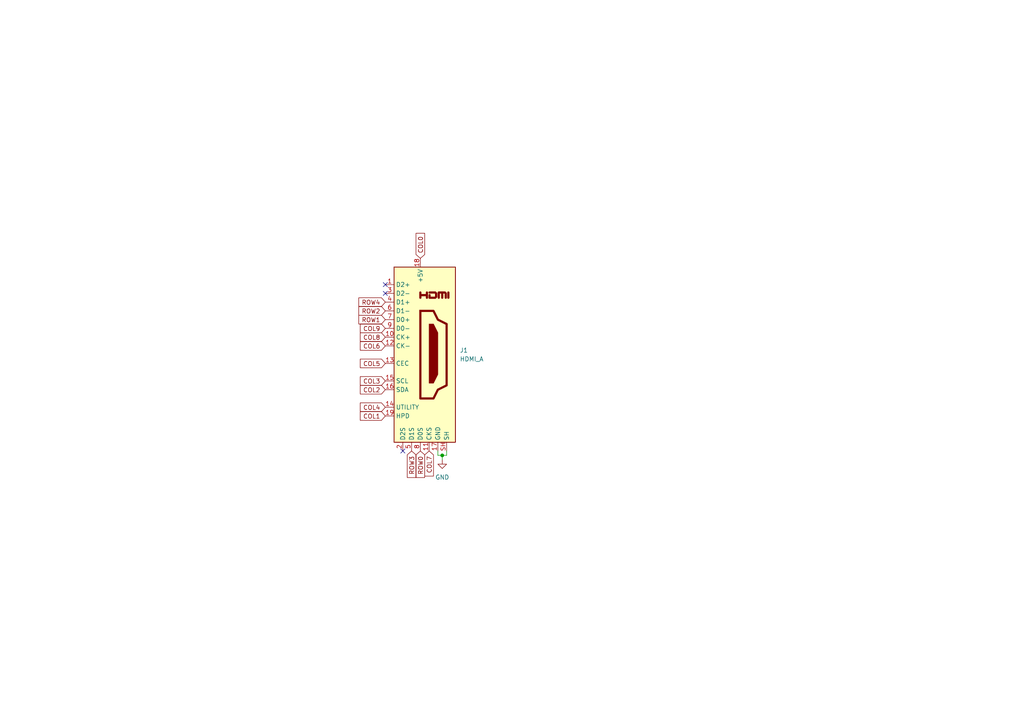
<source format=kicad_sch>
(kicad_sch (version 20231120) (generator "eeschema") (generator_version "8.0")
  (paper "A4")
  (lib_symbols
    (symbol "Connector:HDMI_A"
      (property "Reference" "J" (at -6.35 26.67 0))
      (property "Value" "HDMI_A" (at 10.16 26.67 0))
      (symbol "HDMI_A_0_0"
        (polyline (pts (xy 8.128 16.51) (xy 8.128 18.034)) (stroke (width 0.635)))
        (polyline (pts (xy 0 16.51) (xy 0 18.034) (xy 0 17.272) (xy 1.905 17.272) (xy 1.905 18.034) (xy 1.905 16.51)) (stroke (width 0.635)))
        (polyline (pts (xy 2.667 18.034) (xy 4.318 18.034) (xy 4.572 17.78) (xy 4.572 16.764) (xy 4.318 16.51) (xy 2.667 16.51) (xy 2.667 17.272)) (stroke (width 0.635)))
      )
      (symbol "HDMI_A_0_1"
        (rectangle (start -7.62 25.4) (end 10.16 -25.4) (stroke (width 0.254)) (fill (type background)))
        (polyline (pts (xy 2.54 8.89) (xy 3.81 8.89) (xy 5.08 6.35) (xy 5.08 -5.715) (xy 3.81 -8.255) (xy 2.54 -8.255) (xy 2.54 8.89)) (fill (type outline)))
        (polyline (pts (xy 5.334 16.51) (xy 5.334 18.034) (xy 6.35 18.034) (xy 6.35 16.51) (xy 6.35 18.034) (xy 7.112 18.034) (xy 7.366 17.78) (xy 7.366 16.51)) (stroke (width 0.635)))
        (polyline (pts (xy 0 12.7) (xy 0 -12.7) (xy 3.81 -12.7) (xy 5.08 -10.16) (xy 7.62 -8.89) (xy 7.62 8.89) (xy 5.08 10.16) (xy 3.81 12.7) (xy 0 12.7)) (stroke (width 0.635)))
      )
      (symbol "HDMI_A_1_1"
        (pin passive line (at -10.16 20.32 0) (length 2.54) (name "D2+") (number "1"))
        (pin passive line (at -10.16 5.08 0) (length 2.54) (name "CK+") (number "10"))
        (pin power_in line (at 2.54 -27.94 90) (length 2.54) (name "CKS") (number "11"))
        (pin passive line (at -10.16 2.54 0) (length 2.54) (name "CK-") (number "12"))
        (pin bidirectional line (at -10.16 -2.54 0) (length 2.54) (name "CEC") (number "13"))
        (pin passive line (at -10.16 -15.24 0) (length 2.54) (name "UTILITY") (number "14"))
        (pin passive line (at -10.16 -7.62 0) (length 2.54) (name "SCL") (number "15"))
        (pin bidirectional line (at -10.16 -10.16 0) (length 2.54) (name "SDA") (number "16"))
        (pin power_in line (at 5.08 -27.94 90) (length 2.54) (name "GND") (number "17"))
        (pin power_in line (at 0 27.94 270) (length 2.54) (name "+5V") (number "18"))
        (pin passive line (at -10.16 -17.78 0) (length 2.54) (name "HPD") (number "19"))
        (pin power_in line (at -5.08 -27.94 90) (length 2.54) (name "D2S") (number "2"))
        (pin passive line (at -10.16 17.78 0) (length 2.54) (name "D2-") (number "3"))
        (pin passive line (at -10.16 15.24 0) (length 2.54) (name "D1+") (number "4"))
        (pin power_in line (at -2.54 -27.94 90) (length 2.54) (name "D1S") (number "5"))
        (pin passive line (at -10.16 12.7 0) (length 2.54) (name "D1-") (number "6"))
        (pin passive line (at -10.16 10.16 0) (length 2.54) (name "D0+") (number "7"))
        (pin power_in line (at 0 -27.94 90) (length 2.54) (name "D0S") (number "8"))
        (pin passive line (at -10.16 7.62 0) (length 2.54) (name "D0-") (number "9"))
        (pin passive line (at 7.62 -27.94 90) (length 2.54) (name "SH") (number "SH"))
      )
    )
    (symbol "power:GND" (power) (pin_numbers hide) (pin_names (offset 0) hide)
      (property "Value" "GND" (at 0 -3.81 0))
      (symbol "GND_0_1"
        (polyline (pts (xy 0 0) (xy 0 -1.27) (xy 1.27 -1.27) (xy 0 -2.54) (xy -1.27 -1.27) (xy 0 -1.27)))
      )
      (symbol "GND_1_1"
        (pin power_in line (at 0 0 270) (length 0) (name "~") (number "1"))
      )
    )
  )
  (junction (at 128.27 132.08))
  (no_connect (at 111.76 82.55))
  (no_connect (at 111.76 85.09))
  (no_connect (at 116.84 130.81))
  (wire (pts (xy 128.27 132.08) (xy 128.27 133.35)))
  (wire (pts (xy 127 132.08) (xy 128.27 132.08)))
  (wire (pts (xy 129.54 132.08) (xy 128.27 132.08)))
  (wire (pts (xy 127 130.81) (xy 127 132.08)))
  (wire (pts (xy 129.54 130.81) (xy 129.54 132.08)))
  (global_label "COL3" (shape input) (at 111.76 110.49 180) (property "Intersheetrefs" "${INTERSHEET_REFS}" (effects (hide yes))))
  (global_label "COL1" (shape input) (at 111.76 120.65 180) (property "Intersheetrefs" "${INTERSHEET_REFS}" (effects (hide yes))))
  (global_label "ROW3" (shape input) (at 119.38 130.81 270) (property "Intersheetrefs" "${INTERSHEET_REFS}" (effects (hide yes))))
  (global_label "COL6" (shape input) (at 111.76 100.33 180) (property "Intersheetrefs" "${INTERSHEET_REFS}" (effects (hide yes))))
  (global_label "COL8" (shape input) (at 111.76 97.79 180) (property "Intersheetrefs" "${INTERSHEET_REFS}" (effects (hide yes))))
  (global_label "COL2" (shape input) (at 111.76 113.03 180) (property "Intersheetrefs" "${INTERSHEET_REFS}" (effects (hide yes))))
  (global_label "COL0" (shape input) (at 121.92 74.93 90) (property "Intersheetrefs" "${INTERSHEET_REFS}" (effects (hide yes))))
  (global_label "ROW1" (shape input) (at 111.76 92.71 180) (property "Intersheetrefs" "${INTERSHEET_REFS}" (effects (hide yes))))
  (global_label "COL5" (shape input) (at 111.76 105.41 180) (property "Intersheetrefs" "${INTERSHEET_REFS}" (effects (hide yes))))
  (global_label "COL9" (shape input) (at 111.76 95.25 180) (property "Intersheetrefs" "${INTERSHEET_REFS}" (effects (hide yes))))
  (global_label "ROW2" (shape input) (at 111.76 90.17 180) (property "Intersheetrefs" "${INTERSHEET_REFS}" (effects (hide yes))))
  (global_label "ROW4" (shape input) (at 111.76 87.63 180) (property "Intersheetrefs" "${INTERSHEET_REFS}" (effects (hide yes))))
  (global_label "ROW0" (shape input) (at 121.92 130.81 270) (property "Intersheetrefs" "${INTERSHEET_REFS}" (effects (hide yes))))
  (global_label "COL7" (shape input) (at 124.46 130.81 270) (property "Intersheetrefs" "${INTERSHEET_REFS}" (effects (hide yes))))
  (global_label "COL4" (shape input) (at 111.76 118.11 180) (property "Intersheetrefs" "${INTERSHEET_REFS}" (effects (hide yes))))
  (symbol (lib_id "Connector:HDMI_A") (at 121.92 102.87 0) (unit 1)
    (property "Reference" "J1" (at 133.35 101.5999 0) (effects (justify left)))
    (property "Value" "HDMI_A" (at 133.35 104.1399 0) (effects (justify left)))
    (property "Footprint" "Connector_Video:HDMI_A_Amphenol_10029449-x01xLF_Horizontal" (effects (hide yes)))
    (property "Datasheet" "https://en.wikipedia.org/wiki/HDMI" (effects (hide yes)))
    (property "Description" "HDMI type A connector" (effects (hide yes)))
  )
  (symbol (lib_id "power:GND") (at 128.27 133.35 0) (unit 1)
    (property "Reference" "#PWR01" (effects (hide yes)))
    (property "Value" "GND" (at 128.27 138.43 0))
    (property "Description" "Power symbol creates a global label with name \"GND\" , ground" (effects (hide yes)))
  )
)
</source>
